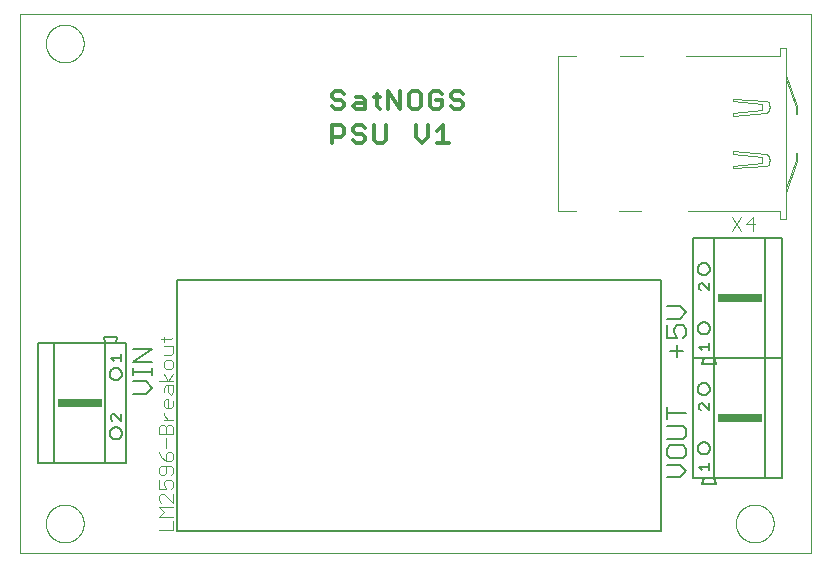
<source format=gto>
G75*
%MOIN*%
%OFA0B0*%
%FSLAX25Y25*%
%IPPOS*%
%LPD*%
%AMOC8*
5,1,8,0,0,1.08239X$1,22.5*
%
%ADD10C,0.00000*%
%ADD11C,0.01400*%
%ADD12C,0.00500*%
%ADD13C,0.00400*%
%ADD14C,0.00600*%
%ADD15C,0.00700*%
%ADD16R,0.15000X0.03000*%
D10*
X0005833Y0002600D02*
X0005833Y0182561D01*
X0269534Y0182561D01*
X0269534Y0002600D01*
X0005833Y0002600D01*
X0014534Y0012600D02*
X0014536Y0012758D01*
X0014542Y0012916D01*
X0014552Y0013074D01*
X0014566Y0013232D01*
X0014584Y0013389D01*
X0014605Y0013546D01*
X0014631Y0013702D01*
X0014661Y0013858D01*
X0014694Y0014013D01*
X0014732Y0014166D01*
X0014773Y0014319D01*
X0014818Y0014471D01*
X0014867Y0014622D01*
X0014920Y0014771D01*
X0014976Y0014919D01*
X0015036Y0015065D01*
X0015100Y0015210D01*
X0015168Y0015353D01*
X0015239Y0015495D01*
X0015313Y0015635D01*
X0015391Y0015772D01*
X0015473Y0015908D01*
X0015557Y0016042D01*
X0015646Y0016173D01*
X0015737Y0016302D01*
X0015832Y0016429D01*
X0015929Y0016554D01*
X0016030Y0016676D01*
X0016134Y0016795D01*
X0016241Y0016912D01*
X0016351Y0017026D01*
X0016464Y0017137D01*
X0016579Y0017246D01*
X0016697Y0017351D01*
X0016818Y0017453D01*
X0016941Y0017553D01*
X0017067Y0017649D01*
X0017195Y0017742D01*
X0017325Y0017832D01*
X0017458Y0017918D01*
X0017593Y0018002D01*
X0017729Y0018081D01*
X0017868Y0018158D01*
X0018009Y0018230D01*
X0018151Y0018300D01*
X0018295Y0018365D01*
X0018441Y0018427D01*
X0018588Y0018485D01*
X0018737Y0018540D01*
X0018887Y0018591D01*
X0019038Y0018638D01*
X0019190Y0018681D01*
X0019343Y0018720D01*
X0019498Y0018756D01*
X0019653Y0018787D01*
X0019809Y0018815D01*
X0019965Y0018839D01*
X0020122Y0018859D01*
X0020280Y0018875D01*
X0020437Y0018887D01*
X0020596Y0018895D01*
X0020754Y0018899D01*
X0020912Y0018899D01*
X0021070Y0018895D01*
X0021229Y0018887D01*
X0021386Y0018875D01*
X0021544Y0018859D01*
X0021701Y0018839D01*
X0021857Y0018815D01*
X0022013Y0018787D01*
X0022168Y0018756D01*
X0022323Y0018720D01*
X0022476Y0018681D01*
X0022628Y0018638D01*
X0022779Y0018591D01*
X0022929Y0018540D01*
X0023078Y0018485D01*
X0023225Y0018427D01*
X0023371Y0018365D01*
X0023515Y0018300D01*
X0023657Y0018230D01*
X0023798Y0018158D01*
X0023937Y0018081D01*
X0024073Y0018002D01*
X0024208Y0017918D01*
X0024341Y0017832D01*
X0024471Y0017742D01*
X0024599Y0017649D01*
X0024725Y0017553D01*
X0024848Y0017453D01*
X0024969Y0017351D01*
X0025087Y0017246D01*
X0025202Y0017137D01*
X0025315Y0017026D01*
X0025425Y0016912D01*
X0025532Y0016795D01*
X0025636Y0016676D01*
X0025737Y0016554D01*
X0025834Y0016429D01*
X0025929Y0016302D01*
X0026020Y0016173D01*
X0026109Y0016042D01*
X0026193Y0015908D01*
X0026275Y0015772D01*
X0026353Y0015635D01*
X0026427Y0015495D01*
X0026498Y0015353D01*
X0026566Y0015210D01*
X0026630Y0015065D01*
X0026690Y0014919D01*
X0026746Y0014771D01*
X0026799Y0014622D01*
X0026848Y0014471D01*
X0026893Y0014319D01*
X0026934Y0014166D01*
X0026972Y0014013D01*
X0027005Y0013858D01*
X0027035Y0013702D01*
X0027061Y0013546D01*
X0027082Y0013389D01*
X0027100Y0013232D01*
X0027114Y0013074D01*
X0027124Y0012916D01*
X0027130Y0012758D01*
X0027132Y0012600D01*
X0027130Y0012442D01*
X0027124Y0012284D01*
X0027114Y0012126D01*
X0027100Y0011968D01*
X0027082Y0011811D01*
X0027061Y0011654D01*
X0027035Y0011498D01*
X0027005Y0011342D01*
X0026972Y0011187D01*
X0026934Y0011034D01*
X0026893Y0010881D01*
X0026848Y0010729D01*
X0026799Y0010578D01*
X0026746Y0010429D01*
X0026690Y0010281D01*
X0026630Y0010135D01*
X0026566Y0009990D01*
X0026498Y0009847D01*
X0026427Y0009705D01*
X0026353Y0009565D01*
X0026275Y0009428D01*
X0026193Y0009292D01*
X0026109Y0009158D01*
X0026020Y0009027D01*
X0025929Y0008898D01*
X0025834Y0008771D01*
X0025737Y0008646D01*
X0025636Y0008524D01*
X0025532Y0008405D01*
X0025425Y0008288D01*
X0025315Y0008174D01*
X0025202Y0008063D01*
X0025087Y0007954D01*
X0024969Y0007849D01*
X0024848Y0007747D01*
X0024725Y0007647D01*
X0024599Y0007551D01*
X0024471Y0007458D01*
X0024341Y0007368D01*
X0024208Y0007282D01*
X0024073Y0007198D01*
X0023937Y0007119D01*
X0023798Y0007042D01*
X0023657Y0006970D01*
X0023515Y0006900D01*
X0023371Y0006835D01*
X0023225Y0006773D01*
X0023078Y0006715D01*
X0022929Y0006660D01*
X0022779Y0006609D01*
X0022628Y0006562D01*
X0022476Y0006519D01*
X0022323Y0006480D01*
X0022168Y0006444D01*
X0022013Y0006413D01*
X0021857Y0006385D01*
X0021701Y0006361D01*
X0021544Y0006341D01*
X0021386Y0006325D01*
X0021229Y0006313D01*
X0021070Y0006305D01*
X0020912Y0006301D01*
X0020754Y0006301D01*
X0020596Y0006305D01*
X0020437Y0006313D01*
X0020280Y0006325D01*
X0020122Y0006341D01*
X0019965Y0006361D01*
X0019809Y0006385D01*
X0019653Y0006413D01*
X0019498Y0006444D01*
X0019343Y0006480D01*
X0019190Y0006519D01*
X0019038Y0006562D01*
X0018887Y0006609D01*
X0018737Y0006660D01*
X0018588Y0006715D01*
X0018441Y0006773D01*
X0018295Y0006835D01*
X0018151Y0006900D01*
X0018009Y0006970D01*
X0017868Y0007042D01*
X0017729Y0007119D01*
X0017593Y0007198D01*
X0017458Y0007282D01*
X0017325Y0007368D01*
X0017195Y0007458D01*
X0017067Y0007551D01*
X0016941Y0007647D01*
X0016818Y0007747D01*
X0016697Y0007849D01*
X0016579Y0007954D01*
X0016464Y0008063D01*
X0016351Y0008174D01*
X0016241Y0008288D01*
X0016134Y0008405D01*
X0016030Y0008524D01*
X0015929Y0008646D01*
X0015832Y0008771D01*
X0015737Y0008898D01*
X0015646Y0009027D01*
X0015557Y0009158D01*
X0015473Y0009292D01*
X0015391Y0009428D01*
X0015313Y0009565D01*
X0015239Y0009705D01*
X0015168Y0009847D01*
X0015100Y0009990D01*
X0015036Y0010135D01*
X0014976Y0010281D01*
X0014920Y0010429D01*
X0014867Y0010578D01*
X0014818Y0010729D01*
X0014773Y0010881D01*
X0014732Y0011034D01*
X0014694Y0011187D01*
X0014661Y0011342D01*
X0014631Y0011498D01*
X0014605Y0011654D01*
X0014584Y0011811D01*
X0014566Y0011968D01*
X0014552Y0012126D01*
X0014542Y0012284D01*
X0014536Y0012442D01*
X0014534Y0012600D01*
X0244534Y0012600D02*
X0244536Y0012758D01*
X0244542Y0012916D01*
X0244552Y0013074D01*
X0244566Y0013232D01*
X0244584Y0013389D01*
X0244605Y0013546D01*
X0244631Y0013702D01*
X0244661Y0013858D01*
X0244694Y0014013D01*
X0244732Y0014166D01*
X0244773Y0014319D01*
X0244818Y0014471D01*
X0244867Y0014622D01*
X0244920Y0014771D01*
X0244976Y0014919D01*
X0245036Y0015065D01*
X0245100Y0015210D01*
X0245168Y0015353D01*
X0245239Y0015495D01*
X0245313Y0015635D01*
X0245391Y0015772D01*
X0245473Y0015908D01*
X0245557Y0016042D01*
X0245646Y0016173D01*
X0245737Y0016302D01*
X0245832Y0016429D01*
X0245929Y0016554D01*
X0246030Y0016676D01*
X0246134Y0016795D01*
X0246241Y0016912D01*
X0246351Y0017026D01*
X0246464Y0017137D01*
X0246579Y0017246D01*
X0246697Y0017351D01*
X0246818Y0017453D01*
X0246941Y0017553D01*
X0247067Y0017649D01*
X0247195Y0017742D01*
X0247325Y0017832D01*
X0247458Y0017918D01*
X0247593Y0018002D01*
X0247729Y0018081D01*
X0247868Y0018158D01*
X0248009Y0018230D01*
X0248151Y0018300D01*
X0248295Y0018365D01*
X0248441Y0018427D01*
X0248588Y0018485D01*
X0248737Y0018540D01*
X0248887Y0018591D01*
X0249038Y0018638D01*
X0249190Y0018681D01*
X0249343Y0018720D01*
X0249498Y0018756D01*
X0249653Y0018787D01*
X0249809Y0018815D01*
X0249965Y0018839D01*
X0250122Y0018859D01*
X0250280Y0018875D01*
X0250437Y0018887D01*
X0250596Y0018895D01*
X0250754Y0018899D01*
X0250912Y0018899D01*
X0251070Y0018895D01*
X0251229Y0018887D01*
X0251386Y0018875D01*
X0251544Y0018859D01*
X0251701Y0018839D01*
X0251857Y0018815D01*
X0252013Y0018787D01*
X0252168Y0018756D01*
X0252323Y0018720D01*
X0252476Y0018681D01*
X0252628Y0018638D01*
X0252779Y0018591D01*
X0252929Y0018540D01*
X0253078Y0018485D01*
X0253225Y0018427D01*
X0253371Y0018365D01*
X0253515Y0018300D01*
X0253657Y0018230D01*
X0253798Y0018158D01*
X0253937Y0018081D01*
X0254073Y0018002D01*
X0254208Y0017918D01*
X0254341Y0017832D01*
X0254471Y0017742D01*
X0254599Y0017649D01*
X0254725Y0017553D01*
X0254848Y0017453D01*
X0254969Y0017351D01*
X0255087Y0017246D01*
X0255202Y0017137D01*
X0255315Y0017026D01*
X0255425Y0016912D01*
X0255532Y0016795D01*
X0255636Y0016676D01*
X0255737Y0016554D01*
X0255834Y0016429D01*
X0255929Y0016302D01*
X0256020Y0016173D01*
X0256109Y0016042D01*
X0256193Y0015908D01*
X0256275Y0015772D01*
X0256353Y0015635D01*
X0256427Y0015495D01*
X0256498Y0015353D01*
X0256566Y0015210D01*
X0256630Y0015065D01*
X0256690Y0014919D01*
X0256746Y0014771D01*
X0256799Y0014622D01*
X0256848Y0014471D01*
X0256893Y0014319D01*
X0256934Y0014166D01*
X0256972Y0014013D01*
X0257005Y0013858D01*
X0257035Y0013702D01*
X0257061Y0013546D01*
X0257082Y0013389D01*
X0257100Y0013232D01*
X0257114Y0013074D01*
X0257124Y0012916D01*
X0257130Y0012758D01*
X0257132Y0012600D01*
X0257130Y0012442D01*
X0257124Y0012284D01*
X0257114Y0012126D01*
X0257100Y0011968D01*
X0257082Y0011811D01*
X0257061Y0011654D01*
X0257035Y0011498D01*
X0257005Y0011342D01*
X0256972Y0011187D01*
X0256934Y0011034D01*
X0256893Y0010881D01*
X0256848Y0010729D01*
X0256799Y0010578D01*
X0256746Y0010429D01*
X0256690Y0010281D01*
X0256630Y0010135D01*
X0256566Y0009990D01*
X0256498Y0009847D01*
X0256427Y0009705D01*
X0256353Y0009565D01*
X0256275Y0009428D01*
X0256193Y0009292D01*
X0256109Y0009158D01*
X0256020Y0009027D01*
X0255929Y0008898D01*
X0255834Y0008771D01*
X0255737Y0008646D01*
X0255636Y0008524D01*
X0255532Y0008405D01*
X0255425Y0008288D01*
X0255315Y0008174D01*
X0255202Y0008063D01*
X0255087Y0007954D01*
X0254969Y0007849D01*
X0254848Y0007747D01*
X0254725Y0007647D01*
X0254599Y0007551D01*
X0254471Y0007458D01*
X0254341Y0007368D01*
X0254208Y0007282D01*
X0254073Y0007198D01*
X0253937Y0007119D01*
X0253798Y0007042D01*
X0253657Y0006970D01*
X0253515Y0006900D01*
X0253371Y0006835D01*
X0253225Y0006773D01*
X0253078Y0006715D01*
X0252929Y0006660D01*
X0252779Y0006609D01*
X0252628Y0006562D01*
X0252476Y0006519D01*
X0252323Y0006480D01*
X0252168Y0006444D01*
X0252013Y0006413D01*
X0251857Y0006385D01*
X0251701Y0006361D01*
X0251544Y0006341D01*
X0251386Y0006325D01*
X0251229Y0006313D01*
X0251070Y0006305D01*
X0250912Y0006301D01*
X0250754Y0006301D01*
X0250596Y0006305D01*
X0250437Y0006313D01*
X0250280Y0006325D01*
X0250122Y0006341D01*
X0249965Y0006361D01*
X0249809Y0006385D01*
X0249653Y0006413D01*
X0249498Y0006444D01*
X0249343Y0006480D01*
X0249190Y0006519D01*
X0249038Y0006562D01*
X0248887Y0006609D01*
X0248737Y0006660D01*
X0248588Y0006715D01*
X0248441Y0006773D01*
X0248295Y0006835D01*
X0248151Y0006900D01*
X0248009Y0006970D01*
X0247868Y0007042D01*
X0247729Y0007119D01*
X0247593Y0007198D01*
X0247458Y0007282D01*
X0247325Y0007368D01*
X0247195Y0007458D01*
X0247067Y0007551D01*
X0246941Y0007647D01*
X0246818Y0007747D01*
X0246697Y0007849D01*
X0246579Y0007954D01*
X0246464Y0008063D01*
X0246351Y0008174D01*
X0246241Y0008288D01*
X0246134Y0008405D01*
X0246030Y0008524D01*
X0245929Y0008646D01*
X0245832Y0008771D01*
X0245737Y0008898D01*
X0245646Y0009027D01*
X0245557Y0009158D01*
X0245473Y0009292D01*
X0245391Y0009428D01*
X0245313Y0009565D01*
X0245239Y0009705D01*
X0245168Y0009847D01*
X0245100Y0009990D01*
X0245036Y0010135D01*
X0244976Y0010281D01*
X0244920Y0010429D01*
X0244867Y0010578D01*
X0244818Y0010729D01*
X0244773Y0010881D01*
X0244732Y0011034D01*
X0244694Y0011187D01*
X0244661Y0011342D01*
X0244631Y0011498D01*
X0244605Y0011654D01*
X0244584Y0011811D01*
X0244566Y0011968D01*
X0244552Y0012126D01*
X0244542Y0012284D01*
X0244536Y0012442D01*
X0244534Y0012600D01*
X0014534Y0172600D02*
X0014536Y0172758D01*
X0014542Y0172916D01*
X0014552Y0173074D01*
X0014566Y0173232D01*
X0014584Y0173389D01*
X0014605Y0173546D01*
X0014631Y0173702D01*
X0014661Y0173858D01*
X0014694Y0174013D01*
X0014732Y0174166D01*
X0014773Y0174319D01*
X0014818Y0174471D01*
X0014867Y0174622D01*
X0014920Y0174771D01*
X0014976Y0174919D01*
X0015036Y0175065D01*
X0015100Y0175210D01*
X0015168Y0175353D01*
X0015239Y0175495D01*
X0015313Y0175635D01*
X0015391Y0175772D01*
X0015473Y0175908D01*
X0015557Y0176042D01*
X0015646Y0176173D01*
X0015737Y0176302D01*
X0015832Y0176429D01*
X0015929Y0176554D01*
X0016030Y0176676D01*
X0016134Y0176795D01*
X0016241Y0176912D01*
X0016351Y0177026D01*
X0016464Y0177137D01*
X0016579Y0177246D01*
X0016697Y0177351D01*
X0016818Y0177453D01*
X0016941Y0177553D01*
X0017067Y0177649D01*
X0017195Y0177742D01*
X0017325Y0177832D01*
X0017458Y0177918D01*
X0017593Y0178002D01*
X0017729Y0178081D01*
X0017868Y0178158D01*
X0018009Y0178230D01*
X0018151Y0178300D01*
X0018295Y0178365D01*
X0018441Y0178427D01*
X0018588Y0178485D01*
X0018737Y0178540D01*
X0018887Y0178591D01*
X0019038Y0178638D01*
X0019190Y0178681D01*
X0019343Y0178720D01*
X0019498Y0178756D01*
X0019653Y0178787D01*
X0019809Y0178815D01*
X0019965Y0178839D01*
X0020122Y0178859D01*
X0020280Y0178875D01*
X0020437Y0178887D01*
X0020596Y0178895D01*
X0020754Y0178899D01*
X0020912Y0178899D01*
X0021070Y0178895D01*
X0021229Y0178887D01*
X0021386Y0178875D01*
X0021544Y0178859D01*
X0021701Y0178839D01*
X0021857Y0178815D01*
X0022013Y0178787D01*
X0022168Y0178756D01*
X0022323Y0178720D01*
X0022476Y0178681D01*
X0022628Y0178638D01*
X0022779Y0178591D01*
X0022929Y0178540D01*
X0023078Y0178485D01*
X0023225Y0178427D01*
X0023371Y0178365D01*
X0023515Y0178300D01*
X0023657Y0178230D01*
X0023798Y0178158D01*
X0023937Y0178081D01*
X0024073Y0178002D01*
X0024208Y0177918D01*
X0024341Y0177832D01*
X0024471Y0177742D01*
X0024599Y0177649D01*
X0024725Y0177553D01*
X0024848Y0177453D01*
X0024969Y0177351D01*
X0025087Y0177246D01*
X0025202Y0177137D01*
X0025315Y0177026D01*
X0025425Y0176912D01*
X0025532Y0176795D01*
X0025636Y0176676D01*
X0025737Y0176554D01*
X0025834Y0176429D01*
X0025929Y0176302D01*
X0026020Y0176173D01*
X0026109Y0176042D01*
X0026193Y0175908D01*
X0026275Y0175772D01*
X0026353Y0175635D01*
X0026427Y0175495D01*
X0026498Y0175353D01*
X0026566Y0175210D01*
X0026630Y0175065D01*
X0026690Y0174919D01*
X0026746Y0174771D01*
X0026799Y0174622D01*
X0026848Y0174471D01*
X0026893Y0174319D01*
X0026934Y0174166D01*
X0026972Y0174013D01*
X0027005Y0173858D01*
X0027035Y0173702D01*
X0027061Y0173546D01*
X0027082Y0173389D01*
X0027100Y0173232D01*
X0027114Y0173074D01*
X0027124Y0172916D01*
X0027130Y0172758D01*
X0027132Y0172600D01*
X0027130Y0172442D01*
X0027124Y0172284D01*
X0027114Y0172126D01*
X0027100Y0171968D01*
X0027082Y0171811D01*
X0027061Y0171654D01*
X0027035Y0171498D01*
X0027005Y0171342D01*
X0026972Y0171187D01*
X0026934Y0171034D01*
X0026893Y0170881D01*
X0026848Y0170729D01*
X0026799Y0170578D01*
X0026746Y0170429D01*
X0026690Y0170281D01*
X0026630Y0170135D01*
X0026566Y0169990D01*
X0026498Y0169847D01*
X0026427Y0169705D01*
X0026353Y0169565D01*
X0026275Y0169428D01*
X0026193Y0169292D01*
X0026109Y0169158D01*
X0026020Y0169027D01*
X0025929Y0168898D01*
X0025834Y0168771D01*
X0025737Y0168646D01*
X0025636Y0168524D01*
X0025532Y0168405D01*
X0025425Y0168288D01*
X0025315Y0168174D01*
X0025202Y0168063D01*
X0025087Y0167954D01*
X0024969Y0167849D01*
X0024848Y0167747D01*
X0024725Y0167647D01*
X0024599Y0167551D01*
X0024471Y0167458D01*
X0024341Y0167368D01*
X0024208Y0167282D01*
X0024073Y0167198D01*
X0023937Y0167119D01*
X0023798Y0167042D01*
X0023657Y0166970D01*
X0023515Y0166900D01*
X0023371Y0166835D01*
X0023225Y0166773D01*
X0023078Y0166715D01*
X0022929Y0166660D01*
X0022779Y0166609D01*
X0022628Y0166562D01*
X0022476Y0166519D01*
X0022323Y0166480D01*
X0022168Y0166444D01*
X0022013Y0166413D01*
X0021857Y0166385D01*
X0021701Y0166361D01*
X0021544Y0166341D01*
X0021386Y0166325D01*
X0021229Y0166313D01*
X0021070Y0166305D01*
X0020912Y0166301D01*
X0020754Y0166301D01*
X0020596Y0166305D01*
X0020437Y0166313D01*
X0020280Y0166325D01*
X0020122Y0166341D01*
X0019965Y0166361D01*
X0019809Y0166385D01*
X0019653Y0166413D01*
X0019498Y0166444D01*
X0019343Y0166480D01*
X0019190Y0166519D01*
X0019038Y0166562D01*
X0018887Y0166609D01*
X0018737Y0166660D01*
X0018588Y0166715D01*
X0018441Y0166773D01*
X0018295Y0166835D01*
X0018151Y0166900D01*
X0018009Y0166970D01*
X0017868Y0167042D01*
X0017729Y0167119D01*
X0017593Y0167198D01*
X0017458Y0167282D01*
X0017325Y0167368D01*
X0017195Y0167458D01*
X0017067Y0167551D01*
X0016941Y0167647D01*
X0016818Y0167747D01*
X0016697Y0167849D01*
X0016579Y0167954D01*
X0016464Y0168063D01*
X0016351Y0168174D01*
X0016241Y0168288D01*
X0016134Y0168405D01*
X0016030Y0168524D01*
X0015929Y0168646D01*
X0015832Y0168771D01*
X0015737Y0168898D01*
X0015646Y0169027D01*
X0015557Y0169158D01*
X0015473Y0169292D01*
X0015391Y0169428D01*
X0015313Y0169565D01*
X0015239Y0169705D01*
X0015168Y0169847D01*
X0015100Y0169990D01*
X0015036Y0170135D01*
X0014976Y0170281D01*
X0014920Y0170429D01*
X0014867Y0170578D01*
X0014818Y0170729D01*
X0014773Y0170881D01*
X0014732Y0171034D01*
X0014694Y0171187D01*
X0014661Y0171342D01*
X0014631Y0171498D01*
X0014605Y0171654D01*
X0014584Y0171811D01*
X0014566Y0171968D01*
X0014552Y0172126D01*
X0014542Y0172284D01*
X0014536Y0172442D01*
X0014534Y0172600D01*
D11*
X0109880Y0155871D02*
X0109880Y0154837D01*
X0110914Y0153803D01*
X0112983Y0153803D01*
X0114017Y0152768D01*
X0114017Y0151734D01*
X0112983Y0150700D01*
X0110914Y0150700D01*
X0109880Y0151734D01*
X0116878Y0151734D02*
X0117912Y0152768D01*
X0121015Y0152768D01*
X0121015Y0153803D02*
X0119981Y0154837D01*
X0117912Y0154837D01*
X0121015Y0153803D02*
X0121015Y0150700D01*
X0117912Y0150700D01*
X0116878Y0151734D01*
X0114017Y0155871D02*
X0112983Y0156905D01*
X0110914Y0156905D01*
X0109880Y0155871D01*
X0123876Y0154837D02*
X0125945Y0154837D01*
X0124910Y0155871D02*
X0124910Y0151734D01*
X0125945Y0150700D01*
X0128541Y0150700D02*
X0128541Y0156905D01*
X0132678Y0150700D01*
X0132678Y0156905D01*
X0135539Y0155871D02*
X0135539Y0151734D01*
X0136574Y0150700D01*
X0138642Y0150700D01*
X0139676Y0151734D01*
X0139676Y0155871D01*
X0138642Y0156905D01*
X0136574Y0156905D01*
X0135539Y0155871D01*
X0142537Y0155871D02*
X0142537Y0151734D01*
X0143572Y0150700D01*
X0145640Y0150700D01*
X0146674Y0151734D01*
X0146674Y0153803D01*
X0144606Y0153803D01*
X0146674Y0155871D02*
X0145640Y0156905D01*
X0143572Y0156905D01*
X0142537Y0155871D01*
X0149535Y0155871D02*
X0149535Y0154837D01*
X0150570Y0153803D01*
X0152638Y0153803D01*
X0153672Y0152768D01*
X0153672Y0151734D01*
X0152638Y0150700D01*
X0150570Y0150700D01*
X0149535Y0151734D01*
X0149535Y0155871D02*
X0150570Y0156905D01*
X0152638Y0156905D01*
X0153672Y0155871D01*
X0146938Y0145505D02*
X0146938Y0139300D01*
X0144870Y0139300D02*
X0149007Y0139300D01*
X0144870Y0143437D02*
X0146938Y0145505D01*
X0142009Y0145505D02*
X0142009Y0141368D01*
X0139940Y0139300D01*
X0137872Y0141368D01*
X0137872Y0145505D01*
X0128013Y0145505D02*
X0128013Y0140334D01*
X0126979Y0139300D01*
X0124910Y0139300D01*
X0123876Y0140334D01*
X0123876Y0145505D01*
X0121015Y0144471D02*
X0119981Y0145505D01*
X0117912Y0145505D01*
X0116878Y0144471D01*
X0116878Y0143437D01*
X0117912Y0142403D01*
X0119981Y0142403D01*
X0121015Y0141368D01*
X0121015Y0140334D01*
X0119981Y0139300D01*
X0117912Y0139300D01*
X0116878Y0140334D01*
X0114017Y0142403D02*
X0112983Y0141368D01*
X0109880Y0141368D01*
X0109880Y0139300D02*
X0109880Y0145505D01*
X0112983Y0145505D01*
X0114017Y0144471D01*
X0114017Y0142403D01*
D12*
X0058333Y0093850D02*
X0219583Y0093850D01*
X0219583Y0010100D01*
X0058333Y0010100D01*
X0058333Y0093850D01*
X0039483Y0069028D02*
X0039483Y0066759D01*
X0039483Y0067893D02*
X0036080Y0067893D01*
X0037215Y0066759D01*
X0037215Y0049028D02*
X0036648Y0049028D01*
X0036080Y0048460D01*
X0036080Y0047326D01*
X0036648Y0046759D01*
X0037215Y0049028D02*
X0039483Y0046759D01*
X0039483Y0049028D01*
X0232180Y0050917D02*
X0232748Y0050350D01*
X0232180Y0050917D02*
X0232180Y0052051D01*
X0232748Y0052619D01*
X0233315Y0052619D01*
X0235583Y0050350D01*
X0235583Y0052619D01*
X0235583Y0070350D02*
X0235583Y0072619D01*
X0235583Y0071484D02*
X0232180Y0071484D01*
X0233315Y0070350D01*
X0232748Y0090350D02*
X0232180Y0090917D01*
X0232180Y0092051D01*
X0232748Y0092619D01*
X0233315Y0092619D01*
X0235583Y0090350D01*
X0235583Y0092619D01*
X0235583Y0032619D02*
X0235583Y0030350D01*
X0235583Y0031484D02*
X0232180Y0031484D01*
X0233315Y0030350D01*
D13*
X0243322Y0110241D02*
X0246391Y0114845D01*
X0247925Y0112543D02*
X0250227Y0114845D01*
X0250227Y0110241D01*
X0250995Y0112543D02*
X0247925Y0112543D01*
X0246391Y0110241D02*
X0243322Y0114845D01*
X0228412Y0116616D02*
X0259318Y0116616D01*
X0259318Y0114254D01*
X0261089Y0114254D01*
X0261089Y0122915D01*
X0264928Y0133446D01*
X0264928Y0135710D01*
X0264926Y0135740D01*
X0264921Y0135769D01*
X0264912Y0135797D01*
X0264900Y0135824D01*
X0264884Y0135850D01*
X0264866Y0135873D01*
X0264845Y0135894D01*
X0264822Y0135912D01*
X0264796Y0135928D01*
X0264769Y0135940D01*
X0264741Y0135949D01*
X0264712Y0135954D01*
X0264682Y0135956D01*
X0264652Y0135954D01*
X0264623Y0135949D01*
X0264595Y0135940D01*
X0264568Y0135928D01*
X0264542Y0135912D01*
X0264519Y0135894D01*
X0264498Y0135873D01*
X0264480Y0135850D01*
X0264464Y0135824D01*
X0264452Y0135797D01*
X0264443Y0135769D01*
X0264438Y0135740D01*
X0264436Y0135710D01*
X0264436Y0133742D01*
X0261089Y0124391D01*
X0261089Y0162187D01*
X0264928Y0151754D01*
X0264928Y0149490D01*
X0264926Y0149460D01*
X0264921Y0149431D01*
X0264912Y0149403D01*
X0264900Y0149376D01*
X0264884Y0149350D01*
X0264866Y0149327D01*
X0264845Y0149306D01*
X0264822Y0149288D01*
X0264796Y0149272D01*
X0264769Y0149260D01*
X0264741Y0149251D01*
X0264712Y0149246D01*
X0264682Y0149244D01*
X0264652Y0149246D01*
X0264623Y0149251D01*
X0264595Y0149260D01*
X0264568Y0149272D01*
X0264542Y0149288D01*
X0264519Y0149306D01*
X0264498Y0149327D01*
X0264480Y0149350D01*
X0264464Y0149376D01*
X0264452Y0149403D01*
X0264443Y0149431D01*
X0264438Y0149460D01*
X0264436Y0149490D01*
X0264436Y0151458D01*
X0261089Y0160809D01*
X0261089Y0162187D02*
X0261089Y0170946D01*
X0259318Y0170946D01*
X0259318Y0168584D01*
X0228018Y0168584D01*
X0213550Y0168584D02*
X0206070Y0168584D01*
X0191306Y0168584D02*
X0185105Y0168584D01*
X0185105Y0116616D01*
X0191306Y0116616D01*
X0205676Y0116616D02*
X0213058Y0116616D01*
X0243735Y0130950D02*
X0243735Y0131768D01*
X0253137Y0132789D01*
X0253137Y0134833D01*
X0243735Y0135855D01*
X0243735Y0136673D01*
X0254568Y0135651D01*
X0254634Y0135644D01*
X0254699Y0135633D01*
X0254764Y0135619D01*
X0254827Y0135601D01*
X0254890Y0135579D01*
X0254951Y0135554D01*
X0255011Y0135526D01*
X0255069Y0135494D01*
X0255125Y0135458D01*
X0255179Y0135420D01*
X0255230Y0135379D01*
X0255279Y0135335D01*
X0255326Y0135288D01*
X0255370Y0135238D01*
X0255411Y0135186D01*
X0255449Y0135132D01*
X0255484Y0135076D01*
X0255515Y0135018D01*
X0255543Y0134958D01*
X0255568Y0134896D01*
X0255589Y0134834D01*
X0255589Y0132585D02*
X0255568Y0132523D01*
X0255543Y0132461D01*
X0255515Y0132401D01*
X0255484Y0132343D01*
X0255449Y0132287D01*
X0255411Y0132233D01*
X0255370Y0132181D01*
X0255326Y0132131D01*
X0255279Y0132084D01*
X0255230Y0132040D01*
X0255179Y0131999D01*
X0255125Y0131961D01*
X0255069Y0131925D01*
X0255011Y0131893D01*
X0254951Y0131865D01*
X0254890Y0131840D01*
X0254827Y0131818D01*
X0254764Y0131800D01*
X0254699Y0131786D01*
X0254634Y0131775D01*
X0254568Y0131768D01*
X0243735Y0130950D01*
X0255588Y0132585D02*
X0255622Y0132700D01*
X0255652Y0132817D01*
X0255678Y0132934D01*
X0255700Y0133052D01*
X0255719Y0133170D01*
X0255734Y0133290D01*
X0255745Y0133409D01*
X0255753Y0133529D01*
X0255757Y0133649D01*
X0255757Y0133769D01*
X0255753Y0133889D01*
X0255745Y0134009D01*
X0255734Y0134128D01*
X0255719Y0134248D01*
X0255700Y0134366D01*
X0255678Y0134484D01*
X0255652Y0134601D01*
X0255622Y0134718D01*
X0255588Y0134833D01*
X0261089Y0124391D02*
X0261089Y0122915D01*
X0254568Y0149548D02*
X0243735Y0148526D01*
X0243735Y0149344D01*
X0253137Y0150366D01*
X0253137Y0152410D01*
X0243735Y0153431D01*
X0243735Y0154249D01*
X0254568Y0153431D01*
X0254634Y0153424D01*
X0254699Y0153413D01*
X0254764Y0153399D01*
X0254827Y0153381D01*
X0254890Y0153359D01*
X0254951Y0153334D01*
X0255011Y0153306D01*
X0255069Y0153274D01*
X0255125Y0153238D01*
X0255179Y0153200D01*
X0255230Y0153159D01*
X0255279Y0153115D01*
X0255326Y0153068D01*
X0255370Y0153018D01*
X0255411Y0152966D01*
X0255449Y0152912D01*
X0255484Y0152856D01*
X0255515Y0152798D01*
X0255543Y0152738D01*
X0255568Y0152676D01*
X0255589Y0152614D01*
X0255589Y0150365D02*
X0255568Y0150303D01*
X0255543Y0150241D01*
X0255515Y0150181D01*
X0255484Y0150123D01*
X0255449Y0150067D01*
X0255411Y0150013D01*
X0255370Y0149961D01*
X0255326Y0149911D01*
X0255279Y0149864D01*
X0255230Y0149820D01*
X0255179Y0149779D01*
X0255125Y0149741D01*
X0255069Y0149705D01*
X0255011Y0149673D01*
X0254951Y0149645D01*
X0254890Y0149620D01*
X0254827Y0149598D01*
X0254764Y0149580D01*
X0254699Y0149566D01*
X0254634Y0149555D01*
X0254568Y0149548D01*
X0255588Y0150366D02*
X0255622Y0150481D01*
X0255652Y0150598D01*
X0255678Y0150715D01*
X0255700Y0150833D01*
X0255719Y0150951D01*
X0255734Y0151071D01*
X0255745Y0151190D01*
X0255753Y0151310D01*
X0255757Y0151430D01*
X0255757Y0151550D01*
X0255753Y0151670D01*
X0255745Y0151790D01*
X0255734Y0151909D01*
X0255719Y0152029D01*
X0255700Y0152147D01*
X0255678Y0152265D01*
X0255652Y0152382D01*
X0255622Y0152499D01*
X0255588Y0152614D01*
X0056883Y0074755D02*
X0056116Y0073988D01*
X0053047Y0073988D01*
X0053814Y0074755D02*
X0053814Y0073220D01*
X0053814Y0071686D02*
X0056883Y0071686D01*
X0056883Y0069384D01*
X0056116Y0068616D01*
X0053814Y0068616D01*
X0054581Y0067082D02*
X0053814Y0066314D01*
X0053814Y0064780D01*
X0054581Y0064012D01*
X0056116Y0064012D01*
X0056883Y0064780D01*
X0056883Y0066314D01*
X0056116Y0067082D01*
X0054581Y0067082D01*
X0053814Y0062478D02*
X0055349Y0060176D01*
X0056883Y0062478D01*
X0056883Y0060176D02*
X0052279Y0060176D01*
X0053814Y0057874D02*
X0054581Y0058641D01*
X0056883Y0058641D01*
X0056883Y0056339D01*
X0056116Y0055572D01*
X0055349Y0056339D01*
X0055349Y0058641D01*
X0053814Y0057874D02*
X0053814Y0056339D01*
X0054581Y0054037D02*
X0055349Y0054037D01*
X0055349Y0050968D01*
X0056116Y0050968D02*
X0054581Y0050968D01*
X0053814Y0051735D01*
X0053814Y0053270D01*
X0054581Y0054037D01*
X0056883Y0053270D02*
X0056883Y0051735D01*
X0056116Y0050968D01*
X0053814Y0049433D02*
X0053814Y0048666D01*
X0055349Y0047131D01*
X0055349Y0045597D02*
X0054581Y0044829D01*
X0054581Y0042527D01*
X0054581Y0040993D02*
X0054581Y0037924D01*
X0055349Y0036389D02*
X0054581Y0035622D01*
X0054581Y0033320D01*
X0056116Y0033320D01*
X0056883Y0034087D01*
X0056883Y0035622D01*
X0056116Y0036389D01*
X0055349Y0036389D01*
X0053047Y0034854D02*
X0054581Y0033320D01*
X0054581Y0031785D02*
X0054581Y0029483D01*
X0053814Y0028716D01*
X0053047Y0028716D01*
X0052279Y0029483D01*
X0052279Y0031018D01*
X0053047Y0031785D01*
X0056116Y0031785D01*
X0056883Y0031018D01*
X0056883Y0029483D01*
X0056116Y0028716D01*
X0056116Y0027181D02*
X0054581Y0027181D01*
X0053814Y0026414D01*
X0053814Y0025646D01*
X0054581Y0024112D01*
X0052279Y0024112D01*
X0052279Y0027181D01*
X0056116Y0027181D02*
X0056883Y0026414D01*
X0056883Y0024879D01*
X0056116Y0024112D01*
X0056883Y0022577D02*
X0056883Y0019508D01*
X0053814Y0022577D01*
X0053047Y0022577D01*
X0052279Y0021810D01*
X0052279Y0020275D01*
X0053047Y0019508D01*
X0052279Y0017973D02*
X0056883Y0017973D01*
X0056883Y0014904D02*
X0052279Y0014904D01*
X0053814Y0016439D01*
X0052279Y0017973D01*
X0056883Y0013369D02*
X0056883Y0010300D01*
X0052279Y0010300D01*
X0053047Y0034854D02*
X0052279Y0036389D01*
X0052279Y0042527D02*
X0052279Y0044829D01*
X0053047Y0045597D01*
X0053814Y0045597D01*
X0054581Y0044829D01*
X0055349Y0045597D02*
X0056116Y0045597D01*
X0056883Y0044829D01*
X0056883Y0042527D01*
X0052279Y0042527D01*
X0053814Y0047131D02*
X0056883Y0047131D01*
D14*
X0035833Y0042700D02*
X0035835Y0042789D01*
X0035841Y0042878D01*
X0035851Y0042967D01*
X0035865Y0043055D01*
X0035882Y0043142D01*
X0035904Y0043228D01*
X0035930Y0043314D01*
X0035959Y0043398D01*
X0035992Y0043481D01*
X0036028Y0043562D01*
X0036069Y0043642D01*
X0036112Y0043719D01*
X0036159Y0043795D01*
X0036210Y0043868D01*
X0036263Y0043939D01*
X0036320Y0044008D01*
X0036380Y0044074D01*
X0036443Y0044138D01*
X0036508Y0044198D01*
X0036576Y0044256D01*
X0036647Y0044310D01*
X0036720Y0044361D01*
X0036795Y0044409D01*
X0036872Y0044454D01*
X0036951Y0044495D01*
X0037032Y0044532D01*
X0037114Y0044566D01*
X0037198Y0044597D01*
X0037283Y0044623D01*
X0037369Y0044646D01*
X0037456Y0044664D01*
X0037544Y0044679D01*
X0037633Y0044690D01*
X0037722Y0044697D01*
X0037811Y0044700D01*
X0037900Y0044699D01*
X0037989Y0044694D01*
X0038077Y0044685D01*
X0038166Y0044672D01*
X0038253Y0044655D01*
X0038340Y0044635D01*
X0038426Y0044610D01*
X0038510Y0044582D01*
X0038593Y0044550D01*
X0038675Y0044514D01*
X0038755Y0044475D01*
X0038833Y0044432D01*
X0038909Y0044386D01*
X0038983Y0044336D01*
X0039055Y0044283D01*
X0039124Y0044227D01*
X0039191Y0044168D01*
X0039255Y0044106D01*
X0039316Y0044042D01*
X0039375Y0043974D01*
X0039430Y0043904D01*
X0039482Y0043832D01*
X0039531Y0043757D01*
X0039576Y0043681D01*
X0039618Y0043602D01*
X0039656Y0043522D01*
X0039691Y0043440D01*
X0039722Y0043356D01*
X0039750Y0043271D01*
X0039773Y0043185D01*
X0039793Y0043098D01*
X0039809Y0043011D01*
X0039821Y0042922D01*
X0039829Y0042834D01*
X0039833Y0042745D01*
X0039833Y0042655D01*
X0039829Y0042566D01*
X0039821Y0042478D01*
X0039809Y0042389D01*
X0039793Y0042302D01*
X0039773Y0042215D01*
X0039750Y0042129D01*
X0039722Y0042044D01*
X0039691Y0041960D01*
X0039656Y0041878D01*
X0039618Y0041798D01*
X0039576Y0041719D01*
X0039531Y0041643D01*
X0039482Y0041568D01*
X0039430Y0041496D01*
X0039375Y0041426D01*
X0039316Y0041358D01*
X0039255Y0041294D01*
X0039191Y0041232D01*
X0039124Y0041173D01*
X0039055Y0041117D01*
X0038983Y0041064D01*
X0038909Y0041014D01*
X0038833Y0040968D01*
X0038755Y0040925D01*
X0038675Y0040886D01*
X0038593Y0040850D01*
X0038510Y0040818D01*
X0038426Y0040790D01*
X0038340Y0040765D01*
X0038253Y0040745D01*
X0038166Y0040728D01*
X0038077Y0040715D01*
X0037989Y0040706D01*
X0037900Y0040701D01*
X0037811Y0040700D01*
X0037722Y0040703D01*
X0037633Y0040710D01*
X0037544Y0040721D01*
X0037456Y0040736D01*
X0037369Y0040754D01*
X0037283Y0040777D01*
X0037198Y0040803D01*
X0037114Y0040834D01*
X0037032Y0040868D01*
X0036951Y0040905D01*
X0036872Y0040946D01*
X0036795Y0040991D01*
X0036720Y0041039D01*
X0036647Y0041090D01*
X0036576Y0041144D01*
X0036508Y0041202D01*
X0036443Y0041262D01*
X0036380Y0041326D01*
X0036320Y0041392D01*
X0036263Y0041461D01*
X0036210Y0041532D01*
X0036159Y0041605D01*
X0036112Y0041681D01*
X0036069Y0041758D01*
X0036028Y0041838D01*
X0035992Y0041919D01*
X0035959Y0042002D01*
X0035930Y0042086D01*
X0035904Y0042172D01*
X0035882Y0042258D01*
X0035865Y0042345D01*
X0035851Y0042433D01*
X0035841Y0042522D01*
X0035835Y0042611D01*
X0035833Y0042700D01*
X0034333Y0032600D02*
X0017333Y0032600D01*
X0011833Y0032600D01*
X0011833Y0072600D01*
X0017333Y0072600D01*
X0034333Y0072600D01*
X0034333Y0032600D01*
X0041333Y0032600D01*
X0041333Y0072600D01*
X0037833Y0072600D01*
X0034333Y0072600D01*
X0033833Y0074600D01*
X0038333Y0074600D01*
X0037833Y0072600D01*
X0035833Y0062500D02*
X0035835Y0062589D01*
X0035841Y0062678D01*
X0035851Y0062767D01*
X0035865Y0062855D01*
X0035882Y0062942D01*
X0035904Y0063028D01*
X0035930Y0063114D01*
X0035959Y0063198D01*
X0035992Y0063281D01*
X0036028Y0063362D01*
X0036069Y0063442D01*
X0036112Y0063519D01*
X0036159Y0063595D01*
X0036210Y0063668D01*
X0036263Y0063739D01*
X0036320Y0063808D01*
X0036380Y0063874D01*
X0036443Y0063938D01*
X0036508Y0063998D01*
X0036576Y0064056D01*
X0036647Y0064110D01*
X0036720Y0064161D01*
X0036795Y0064209D01*
X0036872Y0064254D01*
X0036951Y0064295D01*
X0037032Y0064332D01*
X0037114Y0064366D01*
X0037198Y0064397D01*
X0037283Y0064423D01*
X0037369Y0064446D01*
X0037456Y0064464D01*
X0037544Y0064479D01*
X0037633Y0064490D01*
X0037722Y0064497D01*
X0037811Y0064500D01*
X0037900Y0064499D01*
X0037989Y0064494D01*
X0038077Y0064485D01*
X0038166Y0064472D01*
X0038253Y0064455D01*
X0038340Y0064435D01*
X0038426Y0064410D01*
X0038510Y0064382D01*
X0038593Y0064350D01*
X0038675Y0064314D01*
X0038755Y0064275D01*
X0038833Y0064232D01*
X0038909Y0064186D01*
X0038983Y0064136D01*
X0039055Y0064083D01*
X0039124Y0064027D01*
X0039191Y0063968D01*
X0039255Y0063906D01*
X0039316Y0063842D01*
X0039375Y0063774D01*
X0039430Y0063704D01*
X0039482Y0063632D01*
X0039531Y0063557D01*
X0039576Y0063481D01*
X0039618Y0063402D01*
X0039656Y0063322D01*
X0039691Y0063240D01*
X0039722Y0063156D01*
X0039750Y0063071D01*
X0039773Y0062985D01*
X0039793Y0062898D01*
X0039809Y0062811D01*
X0039821Y0062722D01*
X0039829Y0062634D01*
X0039833Y0062545D01*
X0039833Y0062455D01*
X0039829Y0062366D01*
X0039821Y0062278D01*
X0039809Y0062189D01*
X0039793Y0062102D01*
X0039773Y0062015D01*
X0039750Y0061929D01*
X0039722Y0061844D01*
X0039691Y0061760D01*
X0039656Y0061678D01*
X0039618Y0061598D01*
X0039576Y0061519D01*
X0039531Y0061443D01*
X0039482Y0061368D01*
X0039430Y0061296D01*
X0039375Y0061226D01*
X0039316Y0061158D01*
X0039255Y0061094D01*
X0039191Y0061032D01*
X0039124Y0060973D01*
X0039055Y0060917D01*
X0038983Y0060864D01*
X0038909Y0060814D01*
X0038833Y0060768D01*
X0038755Y0060725D01*
X0038675Y0060686D01*
X0038593Y0060650D01*
X0038510Y0060618D01*
X0038426Y0060590D01*
X0038340Y0060565D01*
X0038253Y0060545D01*
X0038166Y0060528D01*
X0038077Y0060515D01*
X0037989Y0060506D01*
X0037900Y0060501D01*
X0037811Y0060500D01*
X0037722Y0060503D01*
X0037633Y0060510D01*
X0037544Y0060521D01*
X0037456Y0060536D01*
X0037369Y0060554D01*
X0037283Y0060577D01*
X0037198Y0060603D01*
X0037114Y0060634D01*
X0037032Y0060668D01*
X0036951Y0060705D01*
X0036872Y0060746D01*
X0036795Y0060791D01*
X0036720Y0060839D01*
X0036647Y0060890D01*
X0036576Y0060944D01*
X0036508Y0061002D01*
X0036443Y0061062D01*
X0036380Y0061126D01*
X0036320Y0061192D01*
X0036263Y0061261D01*
X0036210Y0061332D01*
X0036159Y0061405D01*
X0036112Y0061481D01*
X0036069Y0061558D01*
X0036028Y0061638D01*
X0035992Y0061719D01*
X0035959Y0061802D01*
X0035930Y0061886D01*
X0035904Y0061972D01*
X0035882Y0062058D01*
X0035865Y0062145D01*
X0035851Y0062233D01*
X0035841Y0062322D01*
X0035835Y0062411D01*
X0035833Y0062500D01*
X0017333Y0072600D02*
X0017333Y0032600D01*
X0230333Y0027600D02*
X0233833Y0027600D01*
X0237333Y0027600D01*
X0254333Y0027600D01*
X0254333Y0067600D01*
X0237333Y0067600D01*
X0237333Y0107600D01*
X0254333Y0107600D01*
X0259833Y0107600D01*
X0259833Y0067600D01*
X0254333Y0067600D01*
X0254333Y0107600D01*
X0237333Y0107600D02*
X0230333Y0107600D01*
X0230333Y0067600D01*
X0233833Y0067600D01*
X0237333Y0067600D01*
X0237833Y0065600D01*
X0233333Y0065600D01*
X0233833Y0067600D01*
X0230333Y0067600D02*
X0237333Y0067600D01*
X0254333Y0067600D01*
X0259833Y0067600D01*
X0259833Y0027600D01*
X0254333Y0027600D01*
X0237833Y0025600D02*
X0237333Y0027600D01*
X0237333Y0067600D01*
X0230333Y0067600D02*
X0230333Y0027600D01*
X0233833Y0027600D02*
X0233333Y0025600D01*
X0237833Y0025600D01*
X0231833Y0037700D02*
X0231835Y0037789D01*
X0231841Y0037878D01*
X0231851Y0037967D01*
X0231865Y0038055D01*
X0231882Y0038142D01*
X0231904Y0038228D01*
X0231930Y0038314D01*
X0231959Y0038398D01*
X0231992Y0038481D01*
X0232028Y0038562D01*
X0232069Y0038642D01*
X0232112Y0038719D01*
X0232159Y0038795D01*
X0232210Y0038868D01*
X0232263Y0038939D01*
X0232320Y0039008D01*
X0232380Y0039074D01*
X0232443Y0039138D01*
X0232508Y0039198D01*
X0232576Y0039256D01*
X0232647Y0039310D01*
X0232720Y0039361D01*
X0232795Y0039409D01*
X0232872Y0039454D01*
X0232951Y0039495D01*
X0233032Y0039532D01*
X0233114Y0039566D01*
X0233198Y0039597D01*
X0233283Y0039623D01*
X0233369Y0039646D01*
X0233456Y0039664D01*
X0233544Y0039679D01*
X0233633Y0039690D01*
X0233722Y0039697D01*
X0233811Y0039700D01*
X0233900Y0039699D01*
X0233989Y0039694D01*
X0234077Y0039685D01*
X0234166Y0039672D01*
X0234253Y0039655D01*
X0234340Y0039635D01*
X0234426Y0039610D01*
X0234510Y0039582D01*
X0234593Y0039550D01*
X0234675Y0039514D01*
X0234755Y0039475D01*
X0234833Y0039432D01*
X0234909Y0039386D01*
X0234983Y0039336D01*
X0235055Y0039283D01*
X0235124Y0039227D01*
X0235191Y0039168D01*
X0235255Y0039106D01*
X0235316Y0039042D01*
X0235375Y0038974D01*
X0235430Y0038904D01*
X0235482Y0038832D01*
X0235531Y0038757D01*
X0235576Y0038681D01*
X0235618Y0038602D01*
X0235656Y0038522D01*
X0235691Y0038440D01*
X0235722Y0038356D01*
X0235750Y0038271D01*
X0235773Y0038185D01*
X0235793Y0038098D01*
X0235809Y0038011D01*
X0235821Y0037922D01*
X0235829Y0037834D01*
X0235833Y0037745D01*
X0235833Y0037655D01*
X0235829Y0037566D01*
X0235821Y0037478D01*
X0235809Y0037389D01*
X0235793Y0037302D01*
X0235773Y0037215D01*
X0235750Y0037129D01*
X0235722Y0037044D01*
X0235691Y0036960D01*
X0235656Y0036878D01*
X0235618Y0036798D01*
X0235576Y0036719D01*
X0235531Y0036643D01*
X0235482Y0036568D01*
X0235430Y0036496D01*
X0235375Y0036426D01*
X0235316Y0036358D01*
X0235255Y0036294D01*
X0235191Y0036232D01*
X0235124Y0036173D01*
X0235055Y0036117D01*
X0234983Y0036064D01*
X0234909Y0036014D01*
X0234833Y0035968D01*
X0234755Y0035925D01*
X0234675Y0035886D01*
X0234593Y0035850D01*
X0234510Y0035818D01*
X0234426Y0035790D01*
X0234340Y0035765D01*
X0234253Y0035745D01*
X0234166Y0035728D01*
X0234077Y0035715D01*
X0233989Y0035706D01*
X0233900Y0035701D01*
X0233811Y0035700D01*
X0233722Y0035703D01*
X0233633Y0035710D01*
X0233544Y0035721D01*
X0233456Y0035736D01*
X0233369Y0035754D01*
X0233283Y0035777D01*
X0233198Y0035803D01*
X0233114Y0035834D01*
X0233032Y0035868D01*
X0232951Y0035905D01*
X0232872Y0035946D01*
X0232795Y0035991D01*
X0232720Y0036039D01*
X0232647Y0036090D01*
X0232576Y0036144D01*
X0232508Y0036202D01*
X0232443Y0036262D01*
X0232380Y0036326D01*
X0232320Y0036392D01*
X0232263Y0036461D01*
X0232210Y0036532D01*
X0232159Y0036605D01*
X0232112Y0036681D01*
X0232069Y0036758D01*
X0232028Y0036838D01*
X0231992Y0036919D01*
X0231959Y0037002D01*
X0231930Y0037086D01*
X0231904Y0037172D01*
X0231882Y0037258D01*
X0231865Y0037345D01*
X0231851Y0037433D01*
X0231841Y0037522D01*
X0231835Y0037611D01*
X0231833Y0037700D01*
X0231833Y0057500D02*
X0231835Y0057589D01*
X0231841Y0057678D01*
X0231851Y0057767D01*
X0231865Y0057855D01*
X0231882Y0057942D01*
X0231904Y0058028D01*
X0231930Y0058114D01*
X0231959Y0058198D01*
X0231992Y0058281D01*
X0232028Y0058362D01*
X0232069Y0058442D01*
X0232112Y0058519D01*
X0232159Y0058595D01*
X0232210Y0058668D01*
X0232263Y0058739D01*
X0232320Y0058808D01*
X0232380Y0058874D01*
X0232443Y0058938D01*
X0232508Y0058998D01*
X0232576Y0059056D01*
X0232647Y0059110D01*
X0232720Y0059161D01*
X0232795Y0059209D01*
X0232872Y0059254D01*
X0232951Y0059295D01*
X0233032Y0059332D01*
X0233114Y0059366D01*
X0233198Y0059397D01*
X0233283Y0059423D01*
X0233369Y0059446D01*
X0233456Y0059464D01*
X0233544Y0059479D01*
X0233633Y0059490D01*
X0233722Y0059497D01*
X0233811Y0059500D01*
X0233900Y0059499D01*
X0233989Y0059494D01*
X0234077Y0059485D01*
X0234166Y0059472D01*
X0234253Y0059455D01*
X0234340Y0059435D01*
X0234426Y0059410D01*
X0234510Y0059382D01*
X0234593Y0059350D01*
X0234675Y0059314D01*
X0234755Y0059275D01*
X0234833Y0059232D01*
X0234909Y0059186D01*
X0234983Y0059136D01*
X0235055Y0059083D01*
X0235124Y0059027D01*
X0235191Y0058968D01*
X0235255Y0058906D01*
X0235316Y0058842D01*
X0235375Y0058774D01*
X0235430Y0058704D01*
X0235482Y0058632D01*
X0235531Y0058557D01*
X0235576Y0058481D01*
X0235618Y0058402D01*
X0235656Y0058322D01*
X0235691Y0058240D01*
X0235722Y0058156D01*
X0235750Y0058071D01*
X0235773Y0057985D01*
X0235793Y0057898D01*
X0235809Y0057811D01*
X0235821Y0057722D01*
X0235829Y0057634D01*
X0235833Y0057545D01*
X0235833Y0057455D01*
X0235829Y0057366D01*
X0235821Y0057278D01*
X0235809Y0057189D01*
X0235793Y0057102D01*
X0235773Y0057015D01*
X0235750Y0056929D01*
X0235722Y0056844D01*
X0235691Y0056760D01*
X0235656Y0056678D01*
X0235618Y0056598D01*
X0235576Y0056519D01*
X0235531Y0056443D01*
X0235482Y0056368D01*
X0235430Y0056296D01*
X0235375Y0056226D01*
X0235316Y0056158D01*
X0235255Y0056094D01*
X0235191Y0056032D01*
X0235124Y0055973D01*
X0235055Y0055917D01*
X0234983Y0055864D01*
X0234909Y0055814D01*
X0234833Y0055768D01*
X0234755Y0055725D01*
X0234675Y0055686D01*
X0234593Y0055650D01*
X0234510Y0055618D01*
X0234426Y0055590D01*
X0234340Y0055565D01*
X0234253Y0055545D01*
X0234166Y0055528D01*
X0234077Y0055515D01*
X0233989Y0055506D01*
X0233900Y0055501D01*
X0233811Y0055500D01*
X0233722Y0055503D01*
X0233633Y0055510D01*
X0233544Y0055521D01*
X0233456Y0055536D01*
X0233369Y0055554D01*
X0233283Y0055577D01*
X0233198Y0055603D01*
X0233114Y0055634D01*
X0233032Y0055668D01*
X0232951Y0055705D01*
X0232872Y0055746D01*
X0232795Y0055791D01*
X0232720Y0055839D01*
X0232647Y0055890D01*
X0232576Y0055944D01*
X0232508Y0056002D01*
X0232443Y0056062D01*
X0232380Y0056126D01*
X0232320Y0056192D01*
X0232263Y0056261D01*
X0232210Y0056332D01*
X0232159Y0056405D01*
X0232112Y0056481D01*
X0232069Y0056558D01*
X0232028Y0056638D01*
X0231992Y0056719D01*
X0231959Y0056802D01*
X0231930Y0056886D01*
X0231904Y0056972D01*
X0231882Y0057058D01*
X0231865Y0057145D01*
X0231851Y0057233D01*
X0231841Y0057322D01*
X0231835Y0057411D01*
X0231833Y0057500D01*
X0231833Y0077700D02*
X0231835Y0077789D01*
X0231841Y0077878D01*
X0231851Y0077967D01*
X0231865Y0078055D01*
X0231882Y0078142D01*
X0231904Y0078228D01*
X0231930Y0078314D01*
X0231959Y0078398D01*
X0231992Y0078481D01*
X0232028Y0078562D01*
X0232069Y0078642D01*
X0232112Y0078719D01*
X0232159Y0078795D01*
X0232210Y0078868D01*
X0232263Y0078939D01*
X0232320Y0079008D01*
X0232380Y0079074D01*
X0232443Y0079138D01*
X0232508Y0079198D01*
X0232576Y0079256D01*
X0232647Y0079310D01*
X0232720Y0079361D01*
X0232795Y0079409D01*
X0232872Y0079454D01*
X0232951Y0079495D01*
X0233032Y0079532D01*
X0233114Y0079566D01*
X0233198Y0079597D01*
X0233283Y0079623D01*
X0233369Y0079646D01*
X0233456Y0079664D01*
X0233544Y0079679D01*
X0233633Y0079690D01*
X0233722Y0079697D01*
X0233811Y0079700D01*
X0233900Y0079699D01*
X0233989Y0079694D01*
X0234077Y0079685D01*
X0234166Y0079672D01*
X0234253Y0079655D01*
X0234340Y0079635D01*
X0234426Y0079610D01*
X0234510Y0079582D01*
X0234593Y0079550D01*
X0234675Y0079514D01*
X0234755Y0079475D01*
X0234833Y0079432D01*
X0234909Y0079386D01*
X0234983Y0079336D01*
X0235055Y0079283D01*
X0235124Y0079227D01*
X0235191Y0079168D01*
X0235255Y0079106D01*
X0235316Y0079042D01*
X0235375Y0078974D01*
X0235430Y0078904D01*
X0235482Y0078832D01*
X0235531Y0078757D01*
X0235576Y0078681D01*
X0235618Y0078602D01*
X0235656Y0078522D01*
X0235691Y0078440D01*
X0235722Y0078356D01*
X0235750Y0078271D01*
X0235773Y0078185D01*
X0235793Y0078098D01*
X0235809Y0078011D01*
X0235821Y0077922D01*
X0235829Y0077834D01*
X0235833Y0077745D01*
X0235833Y0077655D01*
X0235829Y0077566D01*
X0235821Y0077478D01*
X0235809Y0077389D01*
X0235793Y0077302D01*
X0235773Y0077215D01*
X0235750Y0077129D01*
X0235722Y0077044D01*
X0235691Y0076960D01*
X0235656Y0076878D01*
X0235618Y0076798D01*
X0235576Y0076719D01*
X0235531Y0076643D01*
X0235482Y0076568D01*
X0235430Y0076496D01*
X0235375Y0076426D01*
X0235316Y0076358D01*
X0235255Y0076294D01*
X0235191Y0076232D01*
X0235124Y0076173D01*
X0235055Y0076117D01*
X0234983Y0076064D01*
X0234909Y0076014D01*
X0234833Y0075968D01*
X0234755Y0075925D01*
X0234675Y0075886D01*
X0234593Y0075850D01*
X0234510Y0075818D01*
X0234426Y0075790D01*
X0234340Y0075765D01*
X0234253Y0075745D01*
X0234166Y0075728D01*
X0234077Y0075715D01*
X0233989Y0075706D01*
X0233900Y0075701D01*
X0233811Y0075700D01*
X0233722Y0075703D01*
X0233633Y0075710D01*
X0233544Y0075721D01*
X0233456Y0075736D01*
X0233369Y0075754D01*
X0233283Y0075777D01*
X0233198Y0075803D01*
X0233114Y0075834D01*
X0233032Y0075868D01*
X0232951Y0075905D01*
X0232872Y0075946D01*
X0232795Y0075991D01*
X0232720Y0076039D01*
X0232647Y0076090D01*
X0232576Y0076144D01*
X0232508Y0076202D01*
X0232443Y0076262D01*
X0232380Y0076326D01*
X0232320Y0076392D01*
X0232263Y0076461D01*
X0232210Y0076532D01*
X0232159Y0076605D01*
X0232112Y0076681D01*
X0232069Y0076758D01*
X0232028Y0076838D01*
X0231992Y0076919D01*
X0231959Y0077002D01*
X0231930Y0077086D01*
X0231904Y0077172D01*
X0231882Y0077258D01*
X0231865Y0077345D01*
X0231851Y0077433D01*
X0231841Y0077522D01*
X0231835Y0077611D01*
X0231833Y0077700D01*
X0231833Y0097500D02*
X0231835Y0097589D01*
X0231841Y0097678D01*
X0231851Y0097767D01*
X0231865Y0097855D01*
X0231882Y0097942D01*
X0231904Y0098028D01*
X0231930Y0098114D01*
X0231959Y0098198D01*
X0231992Y0098281D01*
X0232028Y0098362D01*
X0232069Y0098442D01*
X0232112Y0098519D01*
X0232159Y0098595D01*
X0232210Y0098668D01*
X0232263Y0098739D01*
X0232320Y0098808D01*
X0232380Y0098874D01*
X0232443Y0098938D01*
X0232508Y0098998D01*
X0232576Y0099056D01*
X0232647Y0099110D01*
X0232720Y0099161D01*
X0232795Y0099209D01*
X0232872Y0099254D01*
X0232951Y0099295D01*
X0233032Y0099332D01*
X0233114Y0099366D01*
X0233198Y0099397D01*
X0233283Y0099423D01*
X0233369Y0099446D01*
X0233456Y0099464D01*
X0233544Y0099479D01*
X0233633Y0099490D01*
X0233722Y0099497D01*
X0233811Y0099500D01*
X0233900Y0099499D01*
X0233989Y0099494D01*
X0234077Y0099485D01*
X0234166Y0099472D01*
X0234253Y0099455D01*
X0234340Y0099435D01*
X0234426Y0099410D01*
X0234510Y0099382D01*
X0234593Y0099350D01*
X0234675Y0099314D01*
X0234755Y0099275D01*
X0234833Y0099232D01*
X0234909Y0099186D01*
X0234983Y0099136D01*
X0235055Y0099083D01*
X0235124Y0099027D01*
X0235191Y0098968D01*
X0235255Y0098906D01*
X0235316Y0098842D01*
X0235375Y0098774D01*
X0235430Y0098704D01*
X0235482Y0098632D01*
X0235531Y0098557D01*
X0235576Y0098481D01*
X0235618Y0098402D01*
X0235656Y0098322D01*
X0235691Y0098240D01*
X0235722Y0098156D01*
X0235750Y0098071D01*
X0235773Y0097985D01*
X0235793Y0097898D01*
X0235809Y0097811D01*
X0235821Y0097722D01*
X0235829Y0097634D01*
X0235833Y0097545D01*
X0235833Y0097455D01*
X0235829Y0097366D01*
X0235821Y0097278D01*
X0235809Y0097189D01*
X0235793Y0097102D01*
X0235773Y0097015D01*
X0235750Y0096929D01*
X0235722Y0096844D01*
X0235691Y0096760D01*
X0235656Y0096678D01*
X0235618Y0096598D01*
X0235576Y0096519D01*
X0235531Y0096443D01*
X0235482Y0096368D01*
X0235430Y0096296D01*
X0235375Y0096226D01*
X0235316Y0096158D01*
X0235255Y0096094D01*
X0235191Y0096032D01*
X0235124Y0095973D01*
X0235055Y0095917D01*
X0234983Y0095864D01*
X0234909Y0095814D01*
X0234833Y0095768D01*
X0234755Y0095725D01*
X0234675Y0095686D01*
X0234593Y0095650D01*
X0234510Y0095618D01*
X0234426Y0095590D01*
X0234340Y0095565D01*
X0234253Y0095545D01*
X0234166Y0095528D01*
X0234077Y0095515D01*
X0233989Y0095506D01*
X0233900Y0095501D01*
X0233811Y0095500D01*
X0233722Y0095503D01*
X0233633Y0095510D01*
X0233544Y0095521D01*
X0233456Y0095536D01*
X0233369Y0095554D01*
X0233283Y0095577D01*
X0233198Y0095603D01*
X0233114Y0095634D01*
X0233032Y0095668D01*
X0232951Y0095705D01*
X0232872Y0095746D01*
X0232795Y0095791D01*
X0232720Y0095839D01*
X0232647Y0095890D01*
X0232576Y0095944D01*
X0232508Y0096002D01*
X0232443Y0096062D01*
X0232380Y0096126D01*
X0232320Y0096192D01*
X0232263Y0096261D01*
X0232210Y0096332D01*
X0232159Y0096405D01*
X0232112Y0096481D01*
X0232069Y0096558D01*
X0232028Y0096638D01*
X0231992Y0096719D01*
X0231959Y0096802D01*
X0231930Y0096886D01*
X0231904Y0096972D01*
X0231882Y0097058D01*
X0231865Y0097145D01*
X0231851Y0097233D01*
X0231841Y0097322D01*
X0231835Y0097411D01*
X0231833Y0097500D01*
D15*
X0225882Y0085045D02*
X0221678Y0085045D01*
X0225882Y0085045D02*
X0227983Y0082943D01*
X0225882Y0080841D01*
X0221678Y0080841D01*
X0221678Y0078599D02*
X0221678Y0074395D01*
X0224831Y0074395D01*
X0223780Y0076497D01*
X0223780Y0077548D01*
X0224831Y0078599D01*
X0226932Y0078599D01*
X0227983Y0077548D01*
X0227983Y0075446D01*
X0226932Y0074395D01*
X0224831Y0072154D02*
X0224831Y0067950D01*
X0226932Y0070052D02*
X0222729Y0070052D01*
X0221678Y0051490D02*
X0221678Y0047286D01*
X0221678Y0049388D02*
X0227983Y0049388D01*
X0226932Y0045045D02*
X0221678Y0045045D01*
X0226932Y0045045D02*
X0227983Y0043994D01*
X0227983Y0041892D01*
X0226932Y0040841D01*
X0221678Y0040841D01*
X0222729Y0038599D02*
X0221678Y0037548D01*
X0221678Y0035446D01*
X0222729Y0034395D01*
X0226932Y0034395D01*
X0227983Y0035446D01*
X0227983Y0037548D01*
X0226932Y0038599D01*
X0222729Y0038599D01*
X0221678Y0032154D02*
X0225882Y0032154D01*
X0227983Y0030052D01*
X0225882Y0027950D01*
X0221678Y0027950D01*
X0049983Y0057864D02*
X0047882Y0059966D01*
X0043678Y0059966D01*
X0043678Y0062207D02*
X0043678Y0064309D01*
X0043678Y0063258D02*
X0049983Y0063258D01*
X0049983Y0062207D02*
X0049983Y0064309D01*
X0049983Y0066504D02*
X0043678Y0066504D01*
X0049983Y0070708D01*
X0043678Y0070708D01*
X0049983Y0057864D02*
X0047882Y0055762D01*
X0043678Y0055762D01*
D16*
X0025833Y0052600D03*
X0245833Y0047600D03*
X0245833Y0087600D03*
M02*

</source>
